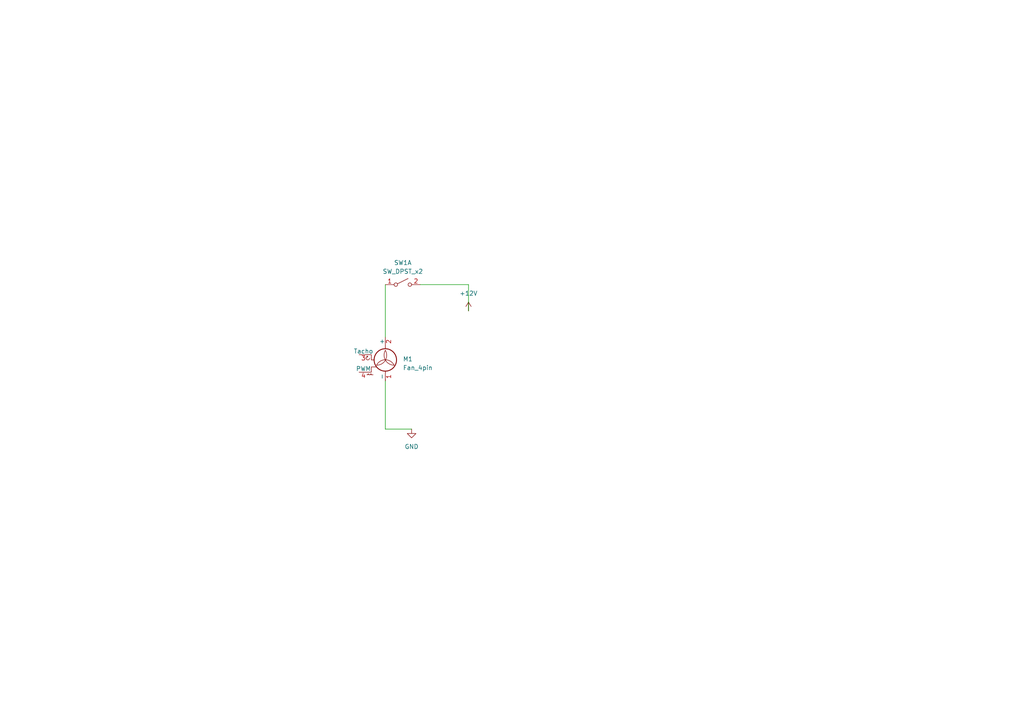
<source format=kicad_sch>
(kicad_sch (version 20250114) (generator "eeschema") (generator_version "9.0")
  (paper "A4")
  (lib_symbols
    (symbol "Motor:Fan_4pin" (pin_names (offset 0))
      (property "Reference" "M" (at 2.54 5.08 0))
      (property "Value" "Fan_4pin" (at 2.54 -2.54 0))
      (symbol "Fan_4pin_0_0"
        (polyline (pts (xy -5.08 2.032) (xy -5.334 2.159)))
        (polyline (pts (xy -5.08 2.032) (xy -5.207 1.778)))
        (arc (start -4.572 1.524) (mid -5.08 1.0182) (end -5.588 1.524))
        (arc (start -5.588 1.524) (mid -5.4392 1.8832) (end -5.08 2.032))
        (polyline (pts (xy -4.064 2.54) (xy -4.064 1.016) (xy -3.302 1.016)))
      )
      (symbol "Fan_4pin_0_1"
        (polyline (pts (xy -5.334 -3.302) (xy -5.08 -3.302) (xy -5.08 -3.048) (xy -4.826 -3.048) (xy -4.826 -3.302) (xy -4.318 -3.302) (xy -4.318 -3.048) (xy -4.064 -3.048) (xy -4.064 -3.302) (xy -3.556 -3.302)))
        (polyline (pts (xy -4.064 2.54) (xy -5.08 2.54)))
        (polyline (pts (xy -2.54 -1.016) (xy -4.064 -1.016) (xy -4.064 -2.54) (xy -5.08 -2.54)))
        (arc (start 0 3.81) (mid -0.0015 0.9048) (end -2.54 -0.508))
        (polyline (pts (xy 0 4.572) (xy 0 5.08)))
        (polyline (pts (xy 0 4.2672) (xy 0 4.6228)))
        (circle (center 0 1.016) (radius 3.2512) (stroke (width 0.254)))
        (arc (start -2.54 -0.508) (mid 0 1.0618) (end 2.54 -0.508))
        (polyline (pts (xy 0 -2.2352) (xy 0 -2.6416)))
        (polyline (pts (xy 0 -5.08) (xy 0 -4.572)))
        (arc (start 2.54 -0.508) (mid 0.047 0.9315) (end 0 3.81))
      )
      (symbol "Fan_4pin_1_1"
        (pin passive line (at -7.62 2.54 0) (length 2.54) (name "Tacho") (number "3"))
        (pin input line (at -7.62 -2.54 0) (length 2.54) (name "PWM") (number "4"))
        (pin passive line (at 0 7.62 270) (length 2.54) (name "+") (number "2"))
        (pin passive line (at 0 -5.08 90) (length 2.54) (name "-") (number "1"))
      )
    )
    (symbol "Switch:SW_DPST_x2" (pin_names (offset 0) (hide yes))
      (property "Reference" "SW" (at 0 3.175 0))
      (property "Value" "SW_DPST_x2" (at 0 -2.54 0))
      (symbol "SW_DPST_x2_0_0"
        (circle (center -2.032 0) (radius 0.508))
        (polyline (pts (xy -1.524 0.254) (xy 1.524 1.778)))
        (circle (center 2.032 0) (radius 0.508))
      )
      (symbol "SW_DPST_x2_1_1"
        (pin passive line (at -5.08 0 0) (length 2.54) (name "A") (number "1"))
        (pin passive line (at 5.08 0 180) (length 2.54) (name "B") (number "2"))
      )
      (symbol "SW_DPST_x2_2_1"
        (pin passive line (at -5.08 0 0) (length 2.54) (name "A") (number "3"))
        (pin passive line (at 5.08 0 180) (length 2.54) (name "B") (number "4"))
      )
    )
    (symbol "power:+12V" (power) (pin_numbers (hide yes)) (pin_names (offset 0) (hide yes))
      (property "Value" "+12V" (at 0 3.556 0))
      (symbol "+12V_0_1"
        (polyline (pts (xy -0.762 1.27) (xy 0 2.54)))
        (polyline (pts (xy 0 2.54) (xy 0.762 1.27)))
        (polyline (pts (xy 0 0) (xy 0 2.54)))
      )
      (symbol "+12V_1_1"
        (pin power_in line (at 0 0 90) (length 0) (name "~") (number "1"))
      )
    )
    (symbol "power:GND" (power) (pin_numbers (hide yes)) (pin_names (offset 0) (hide yes))
      (property "Value" "GND" (at 0 -3.81 0))
      (symbol "GND_0_1"
        (polyline (pts (xy 0 0) (xy 0 -1.27) (xy 1.27 -1.27) (xy 0 -2.54) (xy -1.27 -1.27) (xy 0 -1.27)))
      )
      (symbol "GND_1_1"
        (pin power_in line (at 0 0 270) (length 0) (name "~") (number "1"))
      )
    )
  )
  (wire (pts (xy 111.76 82.55) (xy 111.76 97.79)))
  (wire (pts (xy 135.89 82.55) (xy 121.92 82.55)))
  (wire (pts (xy 111.76 110.49) (xy 111.76 124.46)))
  (wire (pts (xy 135.89 90.17) (xy 135.89 82.55)))
  (wire (pts (xy 111.76 124.46) (xy 119.38 124.46)))
  (symbol (lib_id "Motor:Fan_4pin") (at 111.76 105.41 0) (unit 1)
    (property "Reference" "M1" (at 116.84 104.1399 0) (effects (justify left)))
    (property "Value" "Fan_4pin" (at 116.84 106.6799 0) (effects (justify left)))
    (property "Datasheet" "http://www.formfactors.org/developer%5Cspecs%5Crev1_2_public.pdf" (effects (hide yes)))
    (property "Description" "Fan, tacho output, PWM input, 4-pin connector" (effects (hide yes)))
  )
  (symbol (lib_id "power:+12V") (at 135.89 90.17 0) (unit 1)
    (property "Reference" "#PWR02" (effects (hide yes)))
    (property "Value" "+12V" (at 135.89 85.09 0))
    (property "Description" "Power symbol creates a global label with name \"+12V\"" (effects (hide yes)))
  )
  (symbol (lib_id "Switch:SW_DPST_x2") (at 116.84 82.55 0) (unit 1)
    (property "Reference" "SW1" (at 116.84 76.2 0))
    (property "Value" "SW_DPST_x2" (at 116.84 78.74 0))
    (property "Description" "Single Pole Single Throw (SPST) switch, separate symbol" (effects (hide yes)))
  )
  (symbol (lib_id "power:GND") (at 119.38 124.46 0) (unit 1)
    (property "Reference" "#PWR01" (effects (hide yes)))
    (property "Value" "GND" (at 119.38 129.54 0))
    (property "Description" "Power symbol creates a global label with name \"GND\" , ground" (effects (hide yes)))
  )
)
</source>
